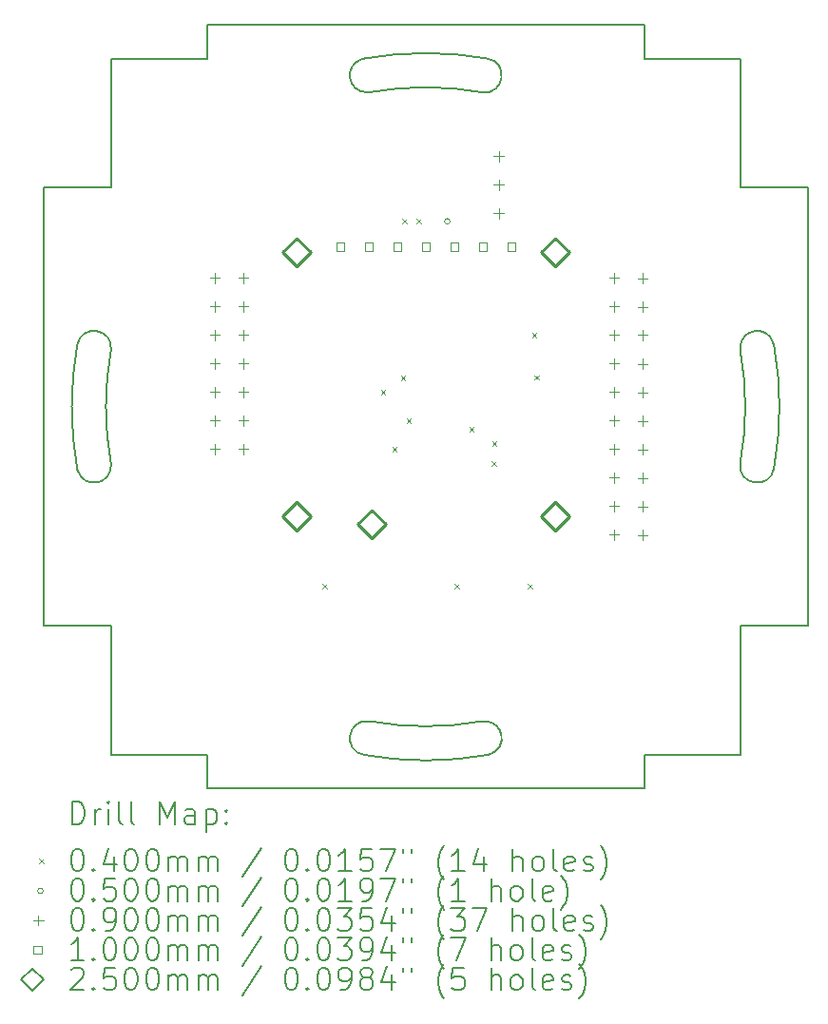
<source format=gbr>
%TF.GenerationSoftware,KiCad,Pcbnew,6.0.11-2627ca5db0~126~ubuntu22.04.1*%
%TF.CreationDate,2023-12-06T10:27:31+01:00*%
%TF.ProjectId,roomthermostat,726f6f6d-7468-4657-926d-6f737461742e,C*%
%TF.SameCoordinates,Original*%
%TF.FileFunction,Drillmap*%
%TF.FilePolarity,Positive*%
%FSLAX45Y45*%
G04 Gerber Fmt 4.5, Leading zero omitted, Abs format (unit mm)*
G04 Created by KiCad (PCBNEW 6.0.11-2627ca5db0~126~ubuntu22.04.1) date 2023-12-06 10:27:31*
%MOMM*%
%LPD*%
G01*
G04 APERTURE LIST*
%ADD10C,0.150000*%
%ADD11C,0.200000*%
%ADD12C,0.040000*%
%ADD13C,0.050000*%
%ADD14C,0.090000*%
%ADD15C,0.100000*%
%ADD16C,0.250000*%
G04 APERTURE END LIST*
D10*
X9187120Y-12837925D02*
G75*
G03*
X10191500Y-12838588I504040J2801215D01*
G01*
X12491500Y-8087000D02*
X12491500Y-6937000D01*
X12491500Y-11987000D02*
X12491500Y-13137000D01*
X12783802Y-9464566D02*
G75*
G03*
X12491500Y-9512000I-142303J-47434D01*
G01*
X11641500Y-6937000D02*
X12491500Y-6937000D01*
X6886456Y-9534837D02*
G75*
G03*
X6885792Y-10539217I2801214J-504043D01*
G01*
X6891500Y-13137000D02*
X6891500Y-11987000D01*
X12491500Y-9512000D02*
X12491500Y-9537000D01*
X10263934Y-13130890D02*
X10241500Y-13138588D01*
X12490836Y-10541380D02*
G75*
G03*
X12791500Y-10587000I150664J-20620D01*
G01*
X9187120Y-12837928D02*
G75*
G03*
X9141500Y-13138588I-20620J-150662D01*
G01*
X11641500Y-13137000D02*
X11641500Y-13437000D01*
X12783802Y-9464566D02*
X12791500Y-9487000D01*
X7741500Y-6937000D02*
X6891500Y-6937000D01*
X6585792Y-9489217D02*
G75*
G03*
X6585792Y-10589217I3100000J-550000D01*
G01*
X13091500Y-8087000D02*
X12491500Y-8087000D01*
X6593489Y-10611651D02*
X6585792Y-10589217D01*
X6886454Y-9534837D02*
G75*
G03*
X6585792Y-9489217I-150664J20617D01*
G01*
X7741500Y-13437000D02*
X7741500Y-13137000D01*
X9141500Y-13138588D02*
G75*
G03*
X10241500Y-13138588I550000J3100000D01*
G01*
X12490836Y-10541380D02*
G75*
G03*
X12491500Y-9537000I-2801223J504043D01*
G01*
X11641500Y-13137000D02*
X12491500Y-13137000D01*
X7741500Y-6637000D02*
X11641500Y-6637000D01*
X10263936Y-13130894D02*
G75*
G03*
X10216500Y-12838588I-47436J142304D01*
G01*
X12791500Y-10587000D02*
G75*
G03*
X12791500Y-9487000I-3100000J550000D01*
G01*
X13091500Y-8087000D02*
X13091500Y-11987000D01*
X10239283Y-6937000D02*
G75*
G03*
X9139283Y-6937000I-550000J-3100000D01*
G01*
X6891500Y-13137000D02*
X7741500Y-13137000D01*
X6891500Y-8087000D02*
X6291500Y-8087000D01*
X10193647Y-7237784D02*
G75*
G03*
X9189283Y-7237000I-504367J-2799216D01*
G01*
X7741500Y-13437000D02*
X11641500Y-13437000D01*
X13091500Y-11987000D02*
X12491500Y-11987000D01*
X9116849Y-6944697D02*
X9139283Y-6937000D01*
X6291500Y-8087000D02*
X6291500Y-11987000D01*
X6593490Y-10611651D02*
G75*
G03*
X6885792Y-10564217I142302J47434D01*
G01*
X9164283Y-7237000D02*
X9189283Y-7237000D01*
X6291500Y-11987000D02*
X6891500Y-11987000D01*
X11641500Y-6937000D02*
X11641500Y-6637000D01*
X10216500Y-12838588D02*
X10191500Y-12838588D01*
X10193646Y-7237786D02*
G75*
G03*
X10239283Y-6937000I20624J150726D01*
G01*
X9116849Y-6944697D02*
G75*
G03*
X9164283Y-7237000I47431J-142303D01*
G01*
X6891500Y-6937000D02*
X6891500Y-8087000D01*
X6885792Y-10564217D02*
X6885792Y-10539217D01*
X7741500Y-6637000D02*
X7741500Y-6937000D01*
D11*
D12*
X8771500Y-11617000D02*
X8811500Y-11657000D01*
X8811500Y-11617000D02*
X8771500Y-11657000D01*
X9290500Y-9890000D02*
X9330500Y-9930000D01*
X9330500Y-9890000D02*
X9290500Y-9930000D01*
X9392100Y-10394000D02*
X9432100Y-10434000D01*
X9432100Y-10394000D02*
X9392100Y-10434000D01*
X9468300Y-9763000D02*
X9508300Y-9803000D01*
X9508300Y-9763000D02*
X9468300Y-9803000D01*
X9481000Y-8366000D02*
X9521000Y-8406000D01*
X9521000Y-8366000D02*
X9481000Y-8406000D01*
X9519100Y-10140000D02*
X9559100Y-10180000D01*
X9559100Y-10140000D02*
X9519100Y-10180000D01*
X9608000Y-8366000D02*
X9648000Y-8406000D01*
X9648000Y-8366000D02*
X9608000Y-8406000D01*
X9946500Y-11617000D02*
X9986500Y-11657000D01*
X9986500Y-11617000D02*
X9946500Y-11657000D01*
X10077900Y-10220200D02*
X10117900Y-10260200D01*
X10117900Y-10220200D02*
X10077900Y-10260200D01*
X10279100Y-10523000D02*
X10319100Y-10563000D01*
X10319100Y-10523000D02*
X10279100Y-10563000D01*
X10281100Y-10347200D02*
X10321100Y-10387200D01*
X10321100Y-10347200D02*
X10281100Y-10387200D01*
X10596500Y-11617000D02*
X10636500Y-11657000D01*
X10636500Y-11617000D02*
X10596500Y-11657000D01*
X10636700Y-9378000D02*
X10676700Y-9418000D01*
X10676700Y-9378000D02*
X10636700Y-9418000D01*
X10655901Y-9757000D02*
X10695901Y-9797000D01*
X10695901Y-9757000D02*
X10655901Y-9797000D01*
D13*
X9907000Y-8386000D02*
G75*
G03*
X9907000Y-8386000I-25000J0D01*
G01*
D14*
X7810500Y-8845000D02*
X7810500Y-8935000D01*
X7765500Y-8890000D02*
X7855500Y-8890000D01*
X7810500Y-9099000D02*
X7810500Y-9189000D01*
X7765500Y-9144000D02*
X7855500Y-9144000D01*
X7810500Y-9353000D02*
X7810500Y-9443000D01*
X7765500Y-9398000D02*
X7855500Y-9398000D01*
X7810500Y-9607000D02*
X7810500Y-9697000D01*
X7765500Y-9652000D02*
X7855500Y-9652000D01*
X7810500Y-9861000D02*
X7810500Y-9951000D01*
X7765500Y-9906000D02*
X7855500Y-9906000D01*
X7810500Y-10115000D02*
X7810500Y-10205000D01*
X7765500Y-10160000D02*
X7855500Y-10160000D01*
X7810500Y-10369000D02*
X7810500Y-10459000D01*
X7765500Y-10414000D02*
X7855500Y-10414000D01*
X8064500Y-8845000D02*
X8064500Y-8935000D01*
X8019500Y-8890000D02*
X8109500Y-8890000D01*
X8064500Y-9099000D02*
X8064500Y-9189000D01*
X8019500Y-9144000D02*
X8109500Y-9144000D01*
X8064500Y-9353000D02*
X8064500Y-9443000D01*
X8019500Y-9398000D02*
X8109500Y-9398000D01*
X8064500Y-9607000D02*
X8064500Y-9697000D01*
X8019500Y-9652000D02*
X8109500Y-9652000D01*
X8064500Y-9861000D02*
X8064500Y-9951000D01*
X8019500Y-9906000D02*
X8109500Y-9906000D01*
X8064500Y-10115000D02*
X8064500Y-10205000D01*
X8019500Y-10160000D02*
X8109500Y-10160000D01*
X8064500Y-10369000D02*
X8064500Y-10459000D01*
X8019500Y-10414000D02*
X8109500Y-10414000D01*
X10341500Y-7763000D02*
X10341500Y-7853000D01*
X10296500Y-7808000D02*
X10386500Y-7808000D01*
X10341500Y-8017000D02*
X10341500Y-8107000D01*
X10296500Y-8062000D02*
X10386500Y-8062000D01*
X10341500Y-8271000D02*
X10341500Y-8361000D01*
X10296500Y-8316000D02*
X10386500Y-8316000D01*
X11366500Y-8845000D02*
X11366500Y-8935000D01*
X11321500Y-8890000D02*
X11411500Y-8890000D01*
X11366500Y-9099000D02*
X11366500Y-9189000D01*
X11321500Y-9144000D02*
X11411500Y-9144000D01*
X11366500Y-9353000D02*
X11366500Y-9443000D01*
X11321500Y-9398000D02*
X11411500Y-9398000D01*
X11366500Y-9607000D02*
X11366500Y-9697000D01*
X11321500Y-9652000D02*
X11411500Y-9652000D01*
X11366500Y-9861000D02*
X11366500Y-9951000D01*
X11321500Y-9906000D02*
X11411500Y-9906000D01*
X11366500Y-10115000D02*
X11366500Y-10205000D01*
X11321500Y-10160000D02*
X11411500Y-10160000D01*
X11366500Y-10369000D02*
X11366500Y-10459000D01*
X11321500Y-10414000D02*
X11411500Y-10414000D01*
X11366500Y-10623000D02*
X11366500Y-10713000D01*
X11321500Y-10668000D02*
X11411500Y-10668000D01*
X11366500Y-10877000D02*
X11366500Y-10967000D01*
X11321500Y-10922000D02*
X11411500Y-10922000D01*
X11366500Y-11131000D02*
X11366500Y-11221000D01*
X11321500Y-11176000D02*
X11411500Y-11176000D01*
X11620500Y-8848000D02*
X11620500Y-8938000D01*
X11575500Y-8893000D02*
X11665500Y-8893000D01*
X11620500Y-9102000D02*
X11620500Y-9192000D01*
X11575500Y-9147000D02*
X11665500Y-9147000D01*
X11620500Y-9353000D02*
X11620500Y-9443000D01*
X11575500Y-9398000D02*
X11665500Y-9398000D01*
X11620500Y-9610000D02*
X11620500Y-9700000D01*
X11575500Y-9655000D02*
X11665500Y-9655000D01*
X11620500Y-9864000D02*
X11620500Y-9954000D01*
X11575500Y-9909000D02*
X11665500Y-9909000D01*
X11620500Y-10118000D02*
X11620500Y-10208000D01*
X11575500Y-10163000D02*
X11665500Y-10163000D01*
X11620500Y-10372000D02*
X11620500Y-10462000D01*
X11575500Y-10417000D02*
X11665500Y-10417000D01*
X11620500Y-10626000D02*
X11620500Y-10716000D01*
X11575500Y-10671000D02*
X11665500Y-10671000D01*
X11620500Y-10880000D02*
X11620500Y-10970000D01*
X11575500Y-10925000D02*
X11665500Y-10925000D01*
X11620500Y-11134000D02*
X11620500Y-11224000D01*
X11575500Y-11179000D02*
X11665500Y-11179000D01*
D15*
X8964856Y-8647356D02*
X8964856Y-8576644D01*
X8894144Y-8576644D01*
X8894144Y-8647356D01*
X8964856Y-8647356D01*
X9218856Y-8647356D02*
X9218856Y-8576644D01*
X9148144Y-8576644D01*
X9148144Y-8647356D01*
X9218856Y-8647356D01*
X9472856Y-8647356D02*
X9472856Y-8576644D01*
X9402144Y-8576644D01*
X9402144Y-8647356D01*
X9472856Y-8647356D01*
X9726856Y-8647356D02*
X9726856Y-8576644D01*
X9656144Y-8576644D01*
X9656144Y-8647356D01*
X9726856Y-8647356D01*
X9980856Y-8647356D02*
X9980856Y-8576644D01*
X9910144Y-8576644D01*
X9910144Y-8647356D01*
X9980856Y-8647356D01*
X10234856Y-8647356D02*
X10234856Y-8576644D01*
X10164144Y-8576644D01*
X10164144Y-8647356D01*
X10234856Y-8647356D01*
X10488856Y-8647356D02*
X10488856Y-8576644D01*
X10418144Y-8576644D01*
X10418144Y-8647356D01*
X10488856Y-8647356D01*
D16*
X8541500Y-8787000D02*
X8666500Y-8662000D01*
X8541500Y-8537000D01*
X8416500Y-8662000D01*
X8541500Y-8787000D01*
X8541500Y-11137000D02*
X8666500Y-11012000D01*
X8541500Y-10887000D01*
X8416500Y-11012000D01*
X8541500Y-11137000D01*
X9207500Y-11209000D02*
X9332500Y-11084000D01*
X9207500Y-10959000D01*
X9082500Y-11084000D01*
X9207500Y-11209000D01*
X10841500Y-8787000D02*
X10966500Y-8662000D01*
X10841500Y-8537000D01*
X10716500Y-8662000D01*
X10841500Y-8787000D01*
X10841500Y-11137000D02*
X10966500Y-11012000D01*
X10841500Y-10887000D01*
X10716500Y-11012000D01*
X10841500Y-11137000D01*
D11*
X6541619Y-13754976D02*
X6541619Y-13554976D01*
X6589238Y-13554976D01*
X6617809Y-13564500D01*
X6636857Y-13583548D01*
X6646381Y-13602595D01*
X6655905Y-13640690D01*
X6655905Y-13669262D01*
X6646381Y-13707357D01*
X6636857Y-13726405D01*
X6617809Y-13745452D01*
X6589238Y-13754976D01*
X6541619Y-13754976D01*
X6741619Y-13754976D02*
X6741619Y-13621643D01*
X6741619Y-13659738D02*
X6751143Y-13640690D01*
X6760667Y-13631167D01*
X6779714Y-13621643D01*
X6798762Y-13621643D01*
X6865428Y-13754976D02*
X6865428Y-13621643D01*
X6865428Y-13554976D02*
X6855905Y-13564500D01*
X6865428Y-13574024D01*
X6874952Y-13564500D01*
X6865428Y-13554976D01*
X6865428Y-13574024D01*
X6989238Y-13754976D02*
X6970190Y-13745452D01*
X6960667Y-13726405D01*
X6960667Y-13554976D01*
X7094000Y-13754976D02*
X7074952Y-13745452D01*
X7065428Y-13726405D01*
X7065428Y-13554976D01*
X7322571Y-13754976D02*
X7322571Y-13554976D01*
X7389238Y-13697833D01*
X7455905Y-13554976D01*
X7455905Y-13754976D01*
X7636857Y-13754976D02*
X7636857Y-13650214D01*
X7627333Y-13631167D01*
X7608286Y-13621643D01*
X7570190Y-13621643D01*
X7551143Y-13631167D01*
X7636857Y-13745452D02*
X7617809Y-13754976D01*
X7570190Y-13754976D01*
X7551143Y-13745452D01*
X7541619Y-13726405D01*
X7541619Y-13707357D01*
X7551143Y-13688309D01*
X7570190Y-13678786D01*
X7617809Y-13678786D01*
X7636857Y-13669262D01*
X7732095Y-13621643D02*
X7732095Y-13821643D01*
X7732095Y-13631167D02*
X7751143Y-13621643D01*
X7789238Y-13621643D01*
X7808286Y-13631167D01*
X7817809Y-13640690D01*
X7827333Y-13659738D01*
X7827333Y-13716881D01*
X7817809Y-13735928D01*
X7808286Y-13745452D01*
X7789238Y-13754976D01*
X7751143Y-13754976D01*
X7732095Y-13745452D01*
X7913048Y-13735928D02*
X7922571Y-13745452D01*
X7913048Y-13754976D01*
X7903524Y-13745452D01*
X7913048Y-13735928D01*
X7913048Y-13754976D01*
X7913048Y-13631167D02*
X7922571Y-13640690D01*
X7913048Y-13650214D01*
X7903524Y-13640690D01*
X7913048Y-13631167D01*
X7913048Y-13650214D01*
D12*
X6244000Y-14064500D02*
X6284000Y-14104500D01*
X6284000Y-14064500D02*
X6244000Y-14104500D01*
D11*
X6579714Y-13974976D02*
X6598762Y-13974976D01*
X6617809Y-13984500D01*
X6627333Y-13994024D01*
X6636857Y-14013071D01*
X6646381Y-14051167D01*
X6646381Y-14098786D01*
X6636857Y-14136881D01*
X6627333Y-14155928D01*
X6617809Y-14165452D01*
X6598762Y-14174976D01*
X6579714Y-14174976D01*
X6560667Y-14165452D01*
X6551143Y-14155928D01*
X6541619Y-14136881D01*
X6532095Y-14098786D01*
X6532095Y-14051167D01*
X6541619Y-14013071D01*
X6551143Y-13994024D01*
X6560667Y-13984500D01*
X6579714Y-13974976D01*
X6732095Y-14155928D02*
X6741619Y-14165452D01*
X6732095Y-14174976D01*
X6722571Y-14165452D01*
X6732095Y-14155928D01*
X6732095Y-14174976D01*
X6913048Y-14041643D02*
X6913048Y-14174976D01*
X6865428Y-13965452D02*
X6817809Y-14108309D01*
X6941619Y-14108309D01*
X7055905Y-13974976D02*
X7074952Y-13974976D01*
X7094000Y-13984500D01*
X7103524Y-13994024D01*
X7113048Y-14013071D01*
X7122571Y-14051167D01*
X7122571Y-14098786D01*
X7113048Y-14136881D01*
X7103524Y-14155928D01*
X7094000Y-14165452D01*
X7074952Y-14174976D01*
X7055905Y-14174976D01*
X7036857Y-14165452D01*
X7027333Y-14155928D01*
X7017809Y-14136881D01*
X7008286Y-14098786D01*
X7008286Y-14051167D01*
X7017809Y-14013071D01*
X7027333Y-13994024D01*
X7036857Y-13984500D01*
X7055905Y-13974976D01*
X7246381Y-13974976D02*
X7265428Y-13974976D01*
X7284476Y-13984500D01*
X7294000Y-13994024D01*
X7303524Y-14013071D01*
X7313048Y-14051167D01*
X7313048Y-14098786D01*
X7303524Y-14136881D01*
X7294000Y-14155928D01*
X7284476Y-14165452D01*
X7265428Y-14174976D01*
X7246381Y-14174976D01*
X7227333Y-14165452D01*
X7217809Y-14155928D01*
X7208286Y-14136881D01*
X7198762Y-14098786D01*
X7198762Y-14051167D01*
X7208286Y-14013071D01*
X7217809Y-13994024D01*
X7227333Y-13984500D01*
X7246381Y-13974976D01*
X7398762Y-14174976D02*
X7398762Y-14041643D01*
X7398762Y-14060690D02*
X7408286Y-14051167D01*
X7427333Y-14041643D01*
X7455905Y-14041643D01*
X7474952Y-14051167D01*
X7484476Y-14070214D01*
X7484476Y-14174976D01*
X7484476Y-14070214D02*
X7494000Y-14051167D01*
X7513048Y-14041643D01*
X7541619Y-14041643D01*
X7560667Y-14051167D01*
X7570190Y-14070214D01*
X7570190Y-14174976D01*
X7665428Y-14174976D02*
X7665428Y-14041643D01*
X7665428Y-14060690D02*
X7674952Y-14051167D01*
X7694000Y-14041643D01*
X7722571Y-14041643D01*
X7741619Y-14051167D01*
X7751143Y-14070214D01*
X7751143Y-14174976D01*
X7751143Y-14070214D02*
X7760667Y-14051167D01*
X7779714Y-14041643D01*
X7808286Y-14041643D01*
X7827333Y-14051167D01*
X7836857Y-14070214D01*
X7836857Y-14174976D01*
X8227333Y-13965452D02*
X8055905Y-14222595D01*
X8484476Y-13974976D02*
X8503524Y-13974976D01*
X8522571Y-13984500D01*
X8532095Y-13994024D01*
X8541619Y-14013071D01*
X8551143Y-14051167D01*
X8551143Y-14098786D01*
X8541619Y-14136881D01*
X8532095Y-14155928D01*
X8522571Y-14165452D01*
X8503524Y-14174976D01*
X8484476Y-14174976D01*
X8465429Y-14165452D01*
X8455905Y-14155928D01*
X8446381Y-14136881D01*
X8436857Y-14098786D01*
X8436857Y-14051167D01*
X8446381Y-14013071D01*
X8455905Y-13994024D01*
X8465429Y-13984500D01*
X8484476Y-13974976D01*
X8636857Y-14155928D02*
X8646381Y-14165452D01*
X8636857Y-14174976D01*
X8627333Y-14165452D01*
X8636857Y-14155928D01*
X8636857Y-14174976D01*
X8770190Y-13974976D02*
X8789238Y-13974976D01*
X8808286Y-13984500D01*
X8817810Y-13994024D01*
X8827333Y-14013071D01*
X8836857Y-14051167D01*
X8836857Y-14098786D01*
X8827333Y-14136881D01*
X8817810Y-14155928D01*
X8808286Y-14165452D01*
X8789238Y-14174976D01*
X8770190Y-14174976D01*
X8751143Y-14165452D01*
X8741619Y-14155928D01*
X8732095Y-14136881D01*
X8722571Y-14098786D01*
X8722571Y-14051167D01*
X8732095Y-14013071D01*
X8741619Y-13994024D01*
X8751143Y-13984500D01*
X8770190Y-13974976D01*
X9027333Y-14174976D02*
X8913048Y-14174976D01*
X8970190Y-14174976D02*
X8970190Y-13974976D01*
X8951143Y-14003548D01*
X8932095Y-14022595D01*
X8913048Y-14032119D01*
X9208286Y-13974976D02*
X9113048Y-13974976D01*
X9103524Y-14070214D01*
X9113048Y-14060690D01*
X9132095Y-14051167D01*
X9179714Y-14051167D01*
X9198762Y-14060690D01*
X9208286Y-14070214D01*
X9217810Y-14089262D01*
X9217810Y-14136881D01*
X9208286Y-14155928D01*
X9198762Y-14165452D01*
X9179714Y-14174976D01*
X9132095Y-14174976D01*
X9113048Y-14165452D01*
X9103524Y-14155928D01*
X9284476Y-13974976D02*
X9417810Y-13974976D01*
X9332095Y-14174976D01*
X9484476Y-13974976D02*
X9484476Y-14013071D01*
X9560667Y-13974976D02*
X9560667Y-14013071D01*
X9855905Y-14251167D02*
X9846381Y-14241643D01*
X9827333Y-14213071D01*
X9817810Y-14194024D01*
X9808286Y-14165452D01*
X9798762Y-14117833D01*
X9798762Y-14079738D01*
X9808286Y-14032119D01*
X9817810Y-14003548D01*
X9827333Y-13984500D01*
X9846381Y-13955928D01*
X9855905Y-13946405D01*
X10036857Y-14174976D02*
X9922571Y-14174976D01*
X9979714Y-14174976D02*
X9979714Y-13974976D01*
X9960667Y-14003548D01*
X9941619Y-14022595D01*
X9922571Y-14032119D01*
X10208286Y-14041643D02*
X10208286Y-14174976D01*
X10160667Y-13965452D02*
X10113048Y-14108309D01*
X10236857Y-14108309D01*
X10465429Y-14174976D02*
X10465429Y-13974976D01*
X10551143Y-14174976D02*
X10551143Y-14070214D01*
X10541619Y-14051167D01*
X10522571Y-14041643D01*
X10494000Y-14041643D01*
X10474952Y-14051167D01*
X10465429Y-14060690D01*
X10674952Y-14174976D02*
X10655905Y-14165452D01*
X10646381Y-14155928D01*
X10636857Y-14136881D01*
X10636857Y-14079738D01*
X10646381Y-14060690D01*
X10655905Y-14051167D01*
X10674952Y-14041643D01*
X10703524Y-14041643D01*
X10722571Y-14051167D01*
X10732095Y-14060690D01*
X10741619Y-14079738D01*
X10741619Y-14136881D01*
X10732095Y-14155928D01*
X10722571Y-14165452D01*
X10703524Y-14174976D01*
X10674952Y-14174976D01*
X10855905Y-14174976D02*
X10836857Y-14165452D01*
X10827333Y-14146405D01*
X10827333Y-13974976D01*
X11008286Y-14165452D02*
X10989238Y-14174976D01*
X10951143Y-14174976D01*
X10932095Y-14165452D01*
X10922571Y-14146405D01*
X10922571Y-14070214D01*
X10932095Y-14051167D01*
X10951143Y-14041643D01*
X10989238Y-14041643D01*
X11008286Y-14051167D01*
X11017810Y-14070214D01*
X11017810Y-14089262D01*
X10922571Y-14108309D01*
X11094000Y-14165452D02*
X11113048Y-14174976D01*
X11151143Y-14174976D01*
X11170190Y-14165452D01*
X11179714Y-14146405D01*
X11179714Y-14136881D01*
X11170190Y-14117833D01*
X11151143Y-14108309D01*
X11122571Y-14108309D01*
X11103524Y-14098786D01*
X11094000Y-14079738D01*
X11094000Y-14070214D01*
X11103524Y-14051167D01*
X11122571Y-14041643D01*
X11151143Y-14041643D01*
X11170190Y-14051167D01*
X11246381Y-14251167D02*
X11255905Y-14241643D01*
X11274952Y-14213071D01*
X11284476Y-14194024D01*
X11294000Y-14165452D01*
X11303524Y-14117833D01*
X11303524Y-14079738D01*
X11294000Y-14032119D01*
X11284476Y-14003548D01*
X11274952Y-13984500D01*
X11255905Y-13955928D01*
X11246381Y-13946405D01*
D13*
X6284000Y-14348500D02*
G75*
G03*
X6284000Y-14348500I-25000J0D01*
G01*
D11*
X6579714Y-14238976D02*
X6598762Y-14238976D01*
X6617809Y-14248500D01*
X6627333Y-14258024D01*
X6636857Y-14277071D01*
X6646381Y-14315167D01*
X6646381Y-14362786D01*
X6636857Y-14400881D01*
X6627333Y-14419928D01*
X6617809Y-14429452D01*
X6598762Y-14438976D01*
X6579714Y-14438976D01*
X6560667Y-14429452D01*
X6551143Y-14419928D01*
X6541619Y-14400881D01*
X6532095Y-14362786D01*
X6532095Y-14315167D01*
X6541619Y-14277071D01*
X6551143Y-14258024D01*
X6560667Y-14248500D01*
X6579714Y-14238976D01*
X6732095Y-14419928D02*
X6741619Y-14429452D01*
X6732095Y-14438976D01*
X6722571Y-14429452D01*
X6732095Y-14419928D01*
X6732095Y-14438976D01*
X6922571Y-14238976D02*
X6827333Y-14238976D01*
X6817809Y-14334214D01*
X6827333Y-14324690D01*
X6846381Y-14315167D01*
X6894000Y-14315167D01*
X6913048Y-14324690D01*
X6922571Y-14334214D01*
X6932095Y-14353262D01*
X6932095Y-14400881D01*
X6922571Y-14419928D01*
X6913048Y-14429452D01*
X6894000Y-14438976D01*
X6846381Y-14438976D01*
X6827333Y-14429452D01*
X6817809Y-14419928D01*
X7055905Y-14238976D02*
X7074952Y-14238976D01*
X7094000Y-14248500D01*
X7103524Y-14258024D01*
X7113048Y-14277071D01*
X7122571Y-14315167D01*
X7122571Y-14362786D01*
X7113048Y-14400881D01*
X7103524Y-14419928D01*
X7094000Y-14429452D01*
X7074952Y-14438976D01*
X7055905Y-14438976D01*
X7036857Y-14429452D01*
X7027333Y-14419928D01*
X7017809Y-14400881D01*
X7008286Y-14362786D01*
X7008286Y-14315167D01*
X7017809Y-14277071D01*
X7027333Y-14258024D01*
X7036857Y-14248500D01*
X7055905Y-14238976D01*
X7246381Y-14238976D02*
X7265428Y-14238976D01*
X7284476Y-14248500D01*
X7294000Y-14258024D01*
X7303524Y-14277071D01*
X7313048Y-14315167D01*
X7313048Y-14362786D01*
X7303524Y-14400881D01*
X7294000Y-14419928D01*
X7284476Y-14429452D01*
X7265428Y-14438976D01*
X7246381Y-14438976D01*
X7227333Y-14429452D01*
X7217809Y-14419928D01*
X7208286Y-14400881D01*
X7198762Y-14362786D01*
X7198762Y-14315167D01*
X7208286Y-14277071D01*
X7217809Y-14258024D01*
X7227333Y-14248500D01*
X7246381Y-14238976D01*
X7398762Y-14438976D02*
X7398762Y-14305643D01*
X7398762Y-14324690D02*
X7408286Y-14315167D01*
X7427333Y-14305643D01*
X7455905Y-14305643D01*
X7474952Y-14315167D01*
X7484476Y-14334214D01*
X7484476Y-14438976D01*
X7484476Y-14334214D02*
X7494000Y-14315167D01*
X7513048Y-14305643D01*
X7541619Y-14305643D01*
X7560667Y-14315167D01*
X7570190Y-14334214D01*
X7570190Y-14438976D01*
X7665428Y-14438976D02*
X7665428Y-14305643D01*
X7665428Y-14324690D02*
X7674952Y-14315167D01*
X7694000Y-14305643D01*
X7722571Y-14305643D01*
X7741619Y-14315167D01*
X7751143Y-14334214D01*
X7751143Y-14438976D01*
X7751143Y-14334214D02*
X7760667Y-14315167D01*
X7779714Y-14305643D01*
X7808286Y-14305643D01*
X7827333Y-14315167D01*
X7836857Y-14334214D01*
X7836857Y-14438976D01*
X8227333Y-14229452D02*
X8055905Y-14486595D01*
X8484476Y-14238976D02*
X8503524Y-14238976D01*
X8522571Y-14248500D01*
X8532095Y-14258024D01*
X8541619Y-14277071D01*
X8551143Y-14315167D01*
X8551143Y-14362786D01*
X8541619Y-14400881D01*
X8532095Y-14419928D01*
X8522571Y-14429452D01*
X8503524Y-14438976D01*
X8484476Y-14438976D01*
X8465429Y-14429452D01*
X8455905Y-14419928D01*
X8446381Y-14400881D01*
X8436857Y-14362786D01*
X8436857Y-14315167D01*
X8446381Y-14277071D01*
X8455905Y-14258024D01*
X8465429Y-14248500D01*
X8484476Y-14238976D01*
X8636857Y-14419928D02*
X8646381Y-14429452D01*
X8636857Y-14438976D01*
X8627333Y-14429452D01*
X8636857Y-14419928D01*
X8636857Y-14438976D01*
X8770190Y-14238976D02*
X8789238Y-14238976D01*
X8808286Y-14248500D01*
X8817810Y-14258024D01*
X8827333Y-14277071D01*
X8836857Y-14315167D01*
X8836857Y-14362786D01*
X8827333Y-14400881D01*
X8817810Y-14419928D01*
X8808286Y-14429452D01*
X8789238Y-14438976D01*
X8770190Y-14438976D01*
X8751143Y-14429452D01*
X8741619Y-14419928D01*
X8732095Y-14400881D01*
X8722571Y-14362786D01*
X8722571Y-14315167D01*
X8732095Y-14277071D01*
X8741619Y-14258024D01*
X8751143Y-14248500D01*
X8770190Y-14238976D01*
X9027333Y-14438976D02*
X8913048Y-14438976D01*
X8970190Y-14438976D02*
X8970190Y-14238976D01*
X8951143Y-14267548D01*
X8932095Y-14286595D01*
X8913048Y-14296119D01*
X9122571Y-14438976D02*
X9160667Y-14438976D01*
X9179714Y-14429452D01*
X9189238Y-14419928D01*
X9208286Y-14391357D01*
X9217810Y-14353262D01*
X9217810Y-14277071D01*
X9208286Y-14258024D01*
X9198762Y-14248500D01*
X9179714Y-14238976D01*
X9141619Y-14238976D01*
X9122571Y-14248500D01*
X9113048Y-14258024D01*
X9103524Y-14277071D01*
X9103524Y-14324690D01*
X9113048Y-14343738D01*
X9122571Y-14353262D01*
X9141619Y-14362786D01*
X9179714Y-14362786D01*
X9198762Y-14353262D01*
X9208286Y-14343738D01*
X9217810Y-14324690D01*
X9284476Y-14238976D02*
X9417810Y-14238976D01*
X9332095Y-14438976D01*
X9484476Y-14238976D02*
X9484476Y-14277071D01*
X9560667Y-14238976D02*
X9560667Y-14277071D01*
X9855905Y-14515167D02*
X9846381Y-14505643D01*
X9827333Y-14477071D01*
X9817810Y-14458024D01*
X9808286Y-14429452D01*
X9798762Y-14381833D01*
X9798762Y-14343738D01*
X9808286Y-14296119D01*
X9817810Y-14267548D01*
X9827333Y-14248500D01*
X9846381Y-14219928D01*
X9855905Y-14210405D01*
X10036857Y-14438976D02*
X9922571Y-14438976D01*
X9979714Y-14438976D02*
X9979714Y-14238976D01*
X9960667Y-14267548D01*
X9941619Y-14286595D01*
X9922571Y-14296119D01*
X10274952Y-14438976D02*
X10274952Y-14238976D01*
X10360667Y-14438976D02*
X10360667Y-14334214D01*
X10351143Y-14315167D01*
X10332095Y-14305643D01*
X10303524Y-14305643D01*
X10284476Y-14315167D01*
X10274952Y-14324690D01*
X10484476Y-14438976D02*
X10465429Y-14429452D01*
X10455905Y-14419928D01*
X10446381Y-14400881D01*
X10446381Y-14343738D01*
X10455905Y-14324690D01*
X10465429Y-14315167D01*
X10484476Y-14305643D01*
X10513048Y-14305643D01*
X10532095Y-14315167D01*
X10541619Y-14324690D01*
X10551143Y-14343738D01*
X10551143Y-14400881D01*
X10541619Y-14419928D01*
X10532095Y-14429452D01*
X10513048Y-14438976D01*
X10484476Y-14438976D01*
X10665429Y-14438976D02*
X10646381Y-14429452D01*
X10636857Y-14410405D01*
X10636857Y-14238976D01*
X10817810Y-14429452D02*
X10798762Y-14438976D01*
X10760667Y-14438976D01*
X10741619Y-14429452D01*
X10732095Y-14410405D01*
X10732095Y-14334214D01*
X10741619Y-14315167D01*
X10760667Y-14305643D01*
X10798762Y-14305643D01*
X10817810Y-14315167D01*
X10827333Y-14334214D01*
X10827333Y-14353262D01*
X10732095Y-14372309D01*
X10894000Y-14515167D02*
X10903524Y-14505643D01*
X10922571Y-14477071D01*
X10932095Y-14458024D01*
X10941619Y-14429452D01*
X10951143Y-14381833D01*
X10951143Y-14343738D01*
X10941619Y-14296119D01*
X10932095Y-14267548D01*
X10922571Y-14248500D01*
X10903524Y-14219928D01*
X10894000Y-14210405D01*
D14*
X6239000Y-14567500D02*
X6239000Y-14657500D01*
X6194000Y-14612500D02*
X6284000Y-14612500D01*
D11*
X6579714Y-14502976D02*
X6598762Y-14502976D01*
X6617809Y-14512500D01*
X6627333Y-14522024D01*
X6636857Y-14541071D01*
X6646381Y-14579167D01*
X6646381Y-14626786D01*
X6636857Y-14664881D01*
X6627333Y-14683928D01*
X6617809Y-14693452D01*
X6598762Y-14702976D01*
X6579714Y-14702976D01*
X6560667Y-14693452D01*
X6551143Y-14683928D01*
X6541619Y-14664881D01*
X6532095Y-14626786D01*
X6532095Y-14579167D01*
X6541619Y-14541071D01*
X6551143Y-14522024D01*
X6560667Y-14512500D01*
X6579714Y-14502976D01*
X6732095Y-14683928D02*
X6741619Y-14693452D01*
X6732095Y-14702976D01*
X6722571Y-14693452D01*
X6732095Y-14683928D01*
X6732095Y-14702976D01*
X6836857Y-14702976D02*
X6874952Y-14702976D01*
X6894000Y-14693452D01*
X6903524Y-14683928D01*
X6922571Y-14655357D01*
X6932095Y-14617262D01*
X6932095Y-14541071D01*
X6922571Y-14522024D01*
X6913048Y-14512500D01*
X6894000Y-14502976D01*
X6855905Y-14502976D01*
X6836857Y-14512500D01*
X6827333Y-14522024D01*
X6817809Y-14541071D01*
X6817809Y-14588690D01*
X6827333Y-14607738D01*
X6836857Y-14617262D01*
X6855905Y-14626786D01*
X6894000Y-14626786D01*
X6913048Y-14617262D01*
X6922571Y-14607738D01*
X6932095Y-14588690D01*
X7055905Y-14502976D02*
X7074952Y-14502976D01*
X7094000Y-14512500D01*
X7103524Y-14522024D01*
X7113048Y-14541071D01*
X7122571Y-14579167D01*
X7122571Y-14626786D01*
X7113048Y-14664881D01*
X7103524Y-14683928D01*
X7094000Y-14693452D01*
X7074952Y-14702976D01*
X7055905Y-14702976D01*
X7036857Y-14693452D01*
X7027333Y-14683928D01*
X7017809Y-14664881D01*
X7008286Y-14626786D01*
X7008286Y-14579167D01*
X7017809Y-14541071D01*
X7027333Y-14522024D01*
X7036857Y-14512500D01*
X7055905Y-14502976D01*
X7246381Y-14502976D02*
X7265428Y-14502976D01*
X7284476Y-14512500D01*
X7294000Y-14522024D01*
X7303524Y-14541071D01*
X7313048Y-14579167D01*
X7313048Y-14626786D01*
X7303524Y-14664881D01*
X7294000Y-14683928D01*
X7284476Y-14693452D01*
X7265428Y-14702976D01*
X7246381Y-14702976D01*
X7227333Y-14693452D01*
X7217809Y-14683928D01*
X7208286Y-14664881D01*
X7198762Y-14626786D01*
X7198762Y-14579167D01*
X7208286Y-14541071D01*
X7217809Y-14522024D01*
X7227333Y-14512500D01*
X7246381Y-14502976D01*
X7398762Y-14702976D02*
X7398762Y-14569643D01*
X7398762Y-14588690D02*
X7408286Y-14579167D01*
X7427333Y-14569643D01*
X7455905Y-14569643D01*
X7474952Y-14579167D01*
X7484476Y-14598214D01*
X7484476Y-14702976D01*
X7484476Y-14598214D02*
X7494000Y-14579167D01*
X7513048Y-14569643D01*
X7541619Y-14569643D01*
X7560667Y-14579167D01*
X7570190Y-14598214D01*
X7570190Y-14702976D01*
X7665428Y-14702976D02*
X7665428Y-14569643D01*
X7665428Y-14588690D02*
X7674952Y-14579167D01*
X7694000Y-14569643D01*
X7722571Y-14569643D01*
X7741619Y-14579167D01*
X7751143Y-14598214D01*
X7751143Y-14702976D01*
X7751143Y-14598214D02*
X7760667Y-14579167D01*
X7779714Y-14569643D01*
X7808286Y-14569643D01*
X7827333Y-14579167D01*
X7836857Y-14598214D01*
X7836857Y-14702976D01*
X8227333Y-14493452D02*
X8055905Y-14750595D01*
X8484476Y-14502976D02*
X8503524Y-14502976D01*
X8522571Y-14512500D01*
X8532095Y-14522024D01*
X8541619Y-14541071D01*
X8551143Y-14579167D01*
X8551143Y-14626786D01*
X8541619Y-14664881D01*
X8532095Y-14683928D01*
X8522571Y-14693452D01*
X8503524Y-14702976D01*
X8484476Y-14702976D01*
X8465429Y-14693452D01*
X8455905Y-14683928D01*
X8446381Y-14664881D01*
X8436857Y-14626786D01*
X8436857Y-14579167D01*
X8446381Y-14541071D01*
X8455905Y-14522024D01*
X8465429Y-14512500D01*
X8484476Y-14502976D01*
X8636857Y-14683928D02*
X8646381Y-14693452D01*
X8636857Y-14702976D01*
X8627333Y-14693452D01*
X8636857Y-14683928D01*
X8636857Y-14702976D01*
X8770190Y-14502976D02*
X8789238Y-14502976D01*
X8808286Y-14512500D01*
X8817810Y-14522024D01*
X8827333Y-14541071D01*
X8836857Y-14579167D01*
X8836857Y-14626786D01*
X8827333Y-14664881D01*
X8817810Y-14683928D01*
X8808286Y-14693452D01*
X8789238Y-14702976D01*
X8770190Y-14702976D01*
X8751143Y-14693452D01*
X8741619Y-14683928D01*
X8732095Y-14664881D01*
X8722571Y-14626786D01*
X8722571Y-14579167D01*
X8732095Y-14541071D01*
X8741619Y-14522024D01*
X8751143Y-14512500D01*
X8770190Y-14502976D01*
X8903524Y-14502976D02*
X9027333Y-14502976D01*
X8960667Y-14579167D01*
X8989238Y-14579167D01*
X9008286Y-14588690D01*
X9017810Y-14598214D01*
X9027333Y-14617262D01*
X9027333Y-14664881D01*
X9017810Y-14683928D01*
X9008286Y-14693452D01*
X8989238Y-14702976D01*
X8932095Y-14702976D01*
X8913048Y-14693452D01*
X8903524Y-14683928D01*
X9208286Y-14502976D02*
X9113048Y-14502976D01*
X9103524Y-14598214D01*
X9113048Y-14588690D01*
X9132095Y-14579167D01*
X9179714Y-14579167D01*
X9198762Y-14588690D01*
X9208286Y-14598214D01*
X9217810Y-14617262D01*
X9217810Y-14664881D01*
X9208286Y-14683928D01*
X9198762Y-14693452D01*
X9179714Y-14702976D01*
X9132095Y-14702976D01*
X9113048Y-14693452D01*
X9103524Y-14683928D01*
X9389238Y-14569643D02*
X9389238Y-14702976D01*
X9341619Y-14493452D02*
X9294000Y-14636309D01*
X9417810Y-14636309D01*
X9484476Y-14502976D02*
X9484476Y-14541071D01*
X9560667Y-14502976D02*
X9560667Y-14541071D01*
X9855905Y-14779167D02*
X9846381Y-14769643D01*
X9827333Y-14741071D01*
X9817810Y-14722024D01*
X9808286Y-14693452D01*
X9798762Y-14645833D01*
X9798762Y-14607738D01*
X9808286Y-14560119D01*
X9817810Y-14531548D01*
X9827333Y-14512500D01*
X9846381Y-14483928D01*
X9855905Y-14474405D01*
X9913048Y-14502976D02*
X10036857Y-14502976D01*
X9970190Y-14579167D01*
X9998762Y-14579167D01*
X10017810Y-14588690D01*
X10027333Y-14598214D01*
X10036857Y-14617262D01*
X10036857Y-14664881D01*
X10027333Y-14683928D01*
X10017810Y-14693452D01*
X9998762Y-14702976D01*
X9941619Y-14702976D01*
X9922571Y-14693452D01*
X9913048Y-14683928D01*
X10103524Y-14502976D02*
X10236857Y-14502976D01*
X10151143Y-14702976D01*
X10465429Y-14702976D02*
X10465429Y-14502976D01*
X10551143Y-14702976D02*
X10551143Y-14598214D01*
X10541619Y-14579167D01*
X10522571Y-14569643D01*
X10494000Y-14569643D01*
X10474952Y-14579167D01*
X10465429Y-14588690D01*
X10674952Y-14702976D02*
X10655905Y-14693452D01*
X10646381Y-14683928D01*
X10636857Y-14664881D01*
X10636857Y-14607738D01*
X10646381Y-14588690D01*
X10655905Y-14579167D01*
X10674952Y-14569643D01*
X10703524Y-14569643D01*
X10722571Y-14579167D01*
X10732095Y-14588690D01*
X10741619Y-14607738D01*
X10741619Y-14664881D01*
X10732095Y-14683928D01*
X10722571Y-14693452D01*
X10703524Y-14702976D01*
X10674952Y-14702976D01*
X10855905Y-14702976D02*
X10836857Y-14693452D01*
X10827333Y-14674405D01*
X10827333Y-14502976D01*
X11008286Y-14693452D02*
X10989238Y-14702976D01*
X10951143Y-14702976D01*
X10932095Y-14693452D01*
X10922571Y-14674405D01*
X10922571Y-14598214D01*
X10932095Y-14579167D01*
X10951143Y-14569643D01*
X10989238Y-14569643D01*
X11008286Y-14579167D01*
X11017810Y-14598214D01*
X11017810Y-14617262D01*
X10922571Y-14636309D01*
X11094000Y-14693452D02*
X11113048Y-14702976D01*
X11151143Y-14702976D01*
X11170190Y-14693452D01*
X11179714Y-14674405D01*
X11179714Y-14664881D01*
X11170190Y-14645833D01*
X11151143Y-14636309D01*
X11122571Y-14636309D01*
X11103524Y-14626786D01*
X11094000Y-14607738D01*
X11094000Y-14598214D01*
X11103524Y-14579167D01*
X11122571Y-14569643D01*
X11151143Y-14569643D01*
X11170190Y-14579167D01*
X11246381Y-14779167D02*
X11255905Y-14769643D01*
X11274952Y-14741071D01*
X11284476Y-14722024D01*
X11294000Y-14693452D01*
X11303524Y-14645833D01*
X11303524Y-14607738D01*
X11294000Y-14560119D01*
X11284476Y-14531548D01*
X11274952Y-14512500D01*
X11255905Y-14483928D01*
X11246381Y-14474405D01*
D15*
X6269356Y-14911856D02*
X6269356Y-14841144D01*
X6198644Y-14841144D01*
X6198644Y-14911856D01*
X6269356Y-14911856D01*
D11*
X6646381Y-14966976D02*
X6532095Y-14966976D01*
X6589238Y-14966976D02*
X6589238Y-14766976D01*
X6570190Y-14795548D01*
X6551143Y-14814595D01*
X6532095Y-14824119D01*
X6732095Y-14947928D02*
X6741619Y-14957452D01*
X6732095Y-14966976D01*
X6722571Y-14957452D01*
X6732095Y-14947928D01*
X6732095Y-14966976D01*
X6865428Y-14766976D02*
X6884476Y-14766976D01*
X6903524Y-14776500D01*
X6913048Y-14786024D01*
X6922571Y-14805071D01*
X6932095Y-14843167D01*
X6932095Y-14890786D01*
X6922571Y-14928881D01*
X6913048Y-14947928D01*
X6903524Y-14957452D01*
X6884476Y-14966976D01*
X6865428Y-14966976D01*
X6846381Y-14957452D01*
X6836857Y-14947928D01*
X6827333Y-14928881D01*
X6817809Y-14890786D01*
X6817809Y-14843167D01*
X6827333Y-14805071D01*
X6836857Y-14786024D01*
X6846381Y-14776500D01*
X6865428Y-14766976D01*
X7055905Y-14766976D02*
X7074952Y-14766976D01*
X7094000Y-14776500D01*
X7103524Y-14786024D01*
X7113048Y-14805071D01*
X7122571Y-14843167D01*
X7122571Y-14890786D01*
X7113048Y-14928881D01*
X7103524Y-14947928D01*
X7094000Y-14957452D01*
X7074952Y-14966976D01*
X7055905Y-14966976D01*
X7036857Y-14957452D01*
X7027333Y-14947928D01*
X7017809Y-14928881D01*
X7008286Y-14890786D01*
X7008286Y-14843167D01*
X7017809Y-14805071D01*
X7027333Y-14786024D01*
X7036857Y-14776500D01*
X7055905Y-14766976D01*
X7246381Y-14766976D02*
X7265428Y-14766976D01*
X7284476Y-14776500D01*
X7294000Y-14786024D01*
X7303524Y-14805071D01*
X7313048Y-14843167D01*
X7313048Y-14890786D01*
X7303524Y-14928881D01*
X7294000Y-14947928D01*
X7284476Y-14957452D01*
X7265428Y-14966976D01*
X7246381Y-14966976D01*
X7227333Y-14957452D01*
X7217809Y-14947928D01*
X7208286Y-14928881D01*
X7198762Y-14890786D01*
X7198762Y-14843167D01*
X7208286Y-14805071D01*
X7217809Y-14786024D01*
X7227333Y-14776500D01*
X7246381Y-14766976D01*
X7398762Y-14966976D02*
X7398762Y-14833643D01*
X7398762Y-14852690D02*
X7408286Y-14843167D01*
X7427333Y-14833643D01*
X7455905Y-14833643D01*
X7474952Y-14843167D01*
X7484476Y-14862214D01*
X7484476Y-14966976D01*
X7484476Y-14862214D02*
X7494000Y-14843167D01*
X7513048Y-14833643D01*
X7541619Y-14833643D01*
X7560667Y-14843167D01*
X7570190Y-14862214D01*
X7570190Y-14966976D01*
X7665428Y-14966976D02*
X7665428Y-14833643D01*
X7665428Y-14852690D02*
X7674952Y-14843167D01*
X7694000Y-14833643D01*
X7722571Y-14833643D01*
X7741619Y-14843167D01*
X7751143Y-14862214D01*
X7751143Y-14966976D01*
X7751143Y-14862214D02*
X7760667Y-14843167D01*
X7779714Y-14833643D01*
X7808286Y-14833643D01*
X7827333Y-14843167D01*
X7836857Y-14862214D01*
X7836857Y-14966976D01*
X8227333Y-14757452D02*
X8055905Y-15014595D01*
X8484476Y-14766976D02*
X8503524Y-14766976D01*
X8522571Y-14776500D01*
X8532095Y-14786024D01*
X8541619Y-14805071D01*
X8551143Y-14843167D01*
X8551143Y-14890786D01*
X8541619Y-14928881D01*
X8532095Y-14947928D01*
X8522571Y-14957452D01*
X8503524Y-14966976D01*
X8484476Y-14966976D01*
X8465429Y-14957452D01*
X8455905Y-14947928D01*
X8446381Y-14928881D01*
X8436857Y-14890786D01*
X8436857Y-14843167D01*
X8446381Y-14805071D01*
X8455905Y-14786024D01*
X8465429Y-14776500D01*
X8484476Y-14766976D01*
X8636857Y-14947928D02*
X8646381Y-14957452D01*
X8636857Y-14966976D01*
X8627333Y-14957452D01*
X8636857Y-14947928D01*
X8636857Y-14966976D01*
X8770190Y-14766976D02*
X8789238Y-14766976D01*
X8808286Y-14776500D01*
X8817810Y-14786024D01*
X8827333Y-14805071D01*
X8836857Y-14843167D01*
X8836857Y-14890786D01*
X8827333Y-14928881D01*
X8817810Y-14947928D01*
X8808286Y-14957452D01*
X8789238Y-14966976D01*
X8770190Y-14966976D01*
X8751143Y-14957452D01*
X8741619Y-14947928D01*
X8732095Y-14928881D01*
X8722571Y-14890786D01*
X8722571Y-14843167D01*
X8732095Y-14805071D01*
X8741619Y-14786024D01*
X8751143Y-14776500D01*
X8770190Y-14766976D01*
X8903524Y-14766976D02*
X9027333Y-14766976D01*
X8960667Y-14843167D01*
X8989238Y-14843167D01*
X9008286Y-14852690D01*
X9017810Y-14862214D01*
X9027333Y-14881262D01*
X9027333Y-14928881D01*
X9017810Y-14947928D01*
X9008286Y-14957452D01*
X8989238Y-14966976D01*
X8932095Y-14966976D01*
X8913048Y-14957452D01*
X8903524Y-14947928D01*
X9122571Y-14966976D02*
X9160667Y-14966976D01*
X9179714Y-14957452D01*
X9189238Y-14947928D01*
X9208286Y-14919357D01*
X9217810Y-14881262D01*
X9217810Y-14805071D01*
X9208286Y-14786024D01*
X9198762Y-14776500D01*
X9179714Y-14766976D01*
X9141619Y-14766976D01*
X9122571Y-14776500D01*
X9113048Y-14786024D01*
X9103524Y-14805071D01*
X9103524Y-14852690D01*
X9113048Y-14871738D01*
X9122571Y-14881262D01*
X9141619Y-14890786D01*
X9179714Y-14890786D01*
X9198762Y-14881262D01*
X9208286Y-14871738D01*
X9217810Y-14852690D01*
X9389238Y-14833643D02*
X9389238Y-14966976D01*
X9341619Y-14757452D02*
X9294000Y-14900309D01*
X9417810Y-14900309D01*
X9484476Y-14766976D02*
X9484476Y-14805071D01*
X9560667Y-14766976D02*
X9560667Y-14805071D01*
X9855905Y-15043167D02*
X9846381Y-15033643D01*
X9827333Y-15005071D01*
X9817810Y-14986024D01*
X9808286Y-14957452D01*
X9798762Y-14909833D01*
X9798762Y-14871738D01*
X9808286Y-14824119D01*
X9817810Y-14795548D01*
X9827333Y-14776500D01*
X9846381Y-14747928D01*
X9855905Y-14738405D01*
X9913048Y-14766976D02*
X10046381Y-14766976D01*
X9960667Y-14966976D01*
X10274952Y-14966976D02*
X10274952Y-14766976D01*
X10360667Y-14966976D02*
X10360667Y-14862214D01*
X10351143Y-14843167D01*
X10332095Y-14833643D01*
X10303524Y-14833643D01*
X10284476Y-14843167D01*
X10274952Y-14852690D01*
X10484476Y-14966976D02*
X10465429Y-14957452D01*
X10455905Y-14947928D01*
X10446381Y-14928881D01*
X10446381Y-14871738D01*
X10455905Y-14852690D01*
X10465429Y-14843167D01*
X10484476Y-14833643D01*
X10513048Y-14833643D01*
X10532095Y-14843167D01*
X10541619Y-14852690D01*
X10551143Y-14871738D01*
X10551143Y-14928881D01*
X10541619Y-14947928D01*
X10532095Y-14957452D01*
X10513048Y-14966976D01*
X10484476Y-14966976D01*
X10665429Y-14966976D02*
X10646381Y-14957452D01*
X10636857Y-14938405D01*
X10636857Y-14766976D01*
X10817810Y-14957452D02*
X10798762Y-14966976D01*
X10760667Y-14966976D01*
X10741619Y-14957452D01*
X10732095Y-14938405D01*
X10732095Y-14862214D01*
X10741619Y-14843167D01*
X10760667Y-14833643D01*
X10798762Y-14833643D01*
X10817810Y-14843167D01*
X10827333Y-14862214D01*
X10827333Y-14881262D01*
X10732095Y-14900309D01*
X10903524Y-14957452D02*
X10922571Y-14966976D01*
X10960667Y-14966976D01*
X10979714Y-14957452D01*
X10989238Y-14938405D01*
X10989238Y-14928881D01*
X10979714Y-14909833D01*
X10960667Y-14900309D01*
X10932095Y-14900309D01*
X10913048Y-14890786D01*
X10903524Y-14871738D01*
X10903524Y-14862214D01*
X10913048Y-14843167D01*
X10932095Y-14833643D01*
X10960667Y-14833643D01*
X10979714Y-14843167D01*
X11055905Y-15043167D02*
X11065429Y-15033643D01*
X11084476Y-15005071D01*
X11094000Y-14986024D01*
X11103524Y-14957452D01*
X11113048Y-14909833D01*
X11113048Y-14871738D01*
X11103524Y-14824119D01*
X11094000Y-14795548D01*
X11084476Y-14776500D01*
X11065429Y-14747928D01*
X11055905Y-14738405D01*
X6184000Y-15240500D02*
X6284000Y-15140500D01*
X6184000Y-15040500D01*
X6084000Y-15140500D01*
X6184000Y-15240500D01*
X6532095Y-15050024D02*
X6541619Y-15040500D01*
X6560667Y-15030976D01*
X6608286Y-15030976D01*
X6627333Y-15040500D01*
X6636857Y-15050024D01*
X6646381Y-15069071D01*
X6646381Y-15088119D01*
X6636857Y-15116690D01*
X6522571Y-15230976D01*
X6646381Y-15230976D01*
X6732095Y-15211928D02*
X6741619Y-15221452D01*
X6732095Y-15230976D01*
X6722571Y-15221452D01*
X6732095Y-15211928D01*
X6732095Y-15230976D01*
X6922571Y-15030976D02*
X6827333Y-15030976D01*
X6817809Y-15126214D01*
X6827333Y-15116690D01*
X6846381Y-15107167D01*
X6894000Y-15107167D01*
X6913048Y-15116690D01*
X6922571Y-15126214D01*
X6932095Y-15145262D01*
X6932095Y-15192881D01*
X6922571Y-15211928D01*
X6913048Y-15221452D01*
X6894000Y-15230976D01*
X6846381Y-15230976D01*
X6827333Y-15221452D01*
X6817809Y-15211928D01*
X7055905Y-15030976D02*
X7074952Y-15030976D01*
X7094000Y-15040500D01*
X7103524Y-15050024D01*
X7113048Y-15069071D01*
X7122571Y-15107167D01*
X7122571Y-15154786D01*
X7113048Y-15192881D01*
X7103524Y-15211928D01*
X7094000Y-15221452D01*
X7074952Y-15230976D01*
X7055905Y-15230976D01*
X7036857Y-15221452D01*
X7027333Y-15211928D01*
X7017809Y-15192881D01*
X7008286Y-15154786D01*
X7008286Y-15107167D01*
X7017809Y-15069071D01*
X7027333Y-15050024D01*
X7036857Y-15040500D01*
X7055905Y-15030976D01*
X7246381Y-15030976D02*
X7265428Y-15030976D01*
X7284476Y-15040500D01*
X7294000Y-15050024D01*
X7303524Y-15069071D01*
X7313048Y-15107167D01*
X7313048Y-15154786D01*
X7303524Y-15192881D01*
X7294000Y-15211928D01*
X7284476Y-15221452D01*
X7265428Y-15230976D01*
X7246381Y-15230976D01*
X7227333Y-15221452D01*
X7217809Y-15211928D01*
X7208286Y-15192881D01*
X7198762Y-15154786D01*
X7198762Y-15107167D01*
X7208286Y-15069071D01*
X7217809Y-15050024D01*
X7227333Y-15040500D01*
X7246381Y-15030976D01*
X7398762Y-15230976D02*
X7398762Y-15097643D01*
X7398762Y-15116690D02*
X7408286Y-15107167D01*
X7427333Y-15097643D01*
X7455905Y-15097643D01*
X7474952Y-15107167D01*
X7484476Y-15126214D01*
X7484476Y-15230976D01*
X7484476Y-15126214D02*
X7494000Y-15107167D01*
X7513048Y-15097643D01*
X7541619Y-15097643D01*
X7560667Y-15107167D01*
X7570190Y-15126214D01*
X7570190Y-15230976D01*
X7665428Y-15230976D02*
X7665428Y-15097643D01*
X7665428Y-15116690D02*
X7674952Y-15107167D01*
X7694000Y-15097643D01*
X7722571Y-15097643D01*
X7741619Y-15107167D01*
X7751143Y-15126214D01*
X7751143Y-15230976D01*
X7751143Y-15126214D02*
X7760667Y-15107167D01*
X7779714Y-15097643D01*
X7808286Y-15097643D01*
X7827333Y-15107167D01*
X7836857Y-15126214D01*
X7836857Y-15230976D01*
X8227333Y-15021452D02*
X8055905Y-15278595D01*
X8484476Y-15030976D02*
X8503524Y-15030976D01*
X8522571Y-15040500D01*
X8532095Y-15050024D01*
X8541619Y-15069071D01*
X8551143Y-15107167D01*
X8551143Y-15154786D01*
X8541619Y-15192881D01*
X8532095Y-15211928D01*
X8522571Y-15221452D01*
X8503524Y-15230976D01*
X8484476Y-15230976D01*
X8465429Y-15221452D01*
X8455905Y-15211928D01*
X8446381Y-15192881D01*
X8436857Y-15154786D01*
X8436857Y-15107167D01*
X8446381Y-15069071D01*
X8455905Y-15050024D01*
X8465429Y-15040500D01*
X8484476Y-15030976D01*
X8636857Y-15211928D02*
X8646381Y-15221452D01*
X8636857Y-15230976D01*
X8627333Y-15221452D01*
X8636857Y-15211928D01*
X8636857Y-15230976D01*
X8770190Y-15030976D02*
X8789238Y-15030976D01*
X8808286Y-15040500D01*
X8817810Y-15050024D01*
X8827333Y-15069071D01*
X8836857Y-15107167D01*
X8836857Y-15154786D01*
X8827333Y-15192881D01*
X8817810Y-15211928D01*
X8808286Y-15221452D01*
X8789238Y-15230976D01*
X8770190Y-15230976D01*
X8751143Y-15221452D01*
X8741619Y-15211928D01*
X8732095Y-15192881D01*
X8722571Y-15154786D01*
X8722571Y-15107167D01*
X8732095Y-15069071D01*
X8741619Y-15050024D01*
X8751143Y-15040500D01*
X8770190Y-15030976D01*
X8932095Y-15230976D02*
X8970190Y-15230976D01*
X8989238Y-15221452D01*
X8998762Y-15211928D01*
X9017810Y-15183357D01*
X9027333Y-15145262D01*
X9027333Y-15069071D01*
X9017810Y-15050024D01*
X9008286Y-15040500D01*
X8989238Y-15030976D01*
X8951143Y-15030976D01*
X8932095Y-15040500D01*
X8922571Y-15050024D01*
X8913048Y-15069071D01*
X8913048Y-15116690D01*
X8922571Y-15135738D01*
X8932095Y-15145262D01*
X8951143Y-15154786D01*
X8989238Y-15154786D01*
X9008286Y-15145262D01*
X9017810Y-15135738D01*
X9027333Y-15116690D01*
X9141619Y-15116690D02*
X9122571Y-15107167D01*
X9113048Y-15097643D01*
X9103524Y-15078595D01*
X9103524Y-15069071D01*
X9113048Y-15050024D01*
X9122571Y-15040500D01*
X9141619Y-15030976D01*
X9179714Y-15030976D01*
X9198762Y-15040500D01*
X9208286Y-15050024D01*
X9217810Y-15069071D01*
X9217810Y-15078595D01*
X9208286Y-15097643D01*
X9198762Y-15107167D01*
X9179714Y-15116690D01*
X9141619Y-15116690D01*
X9122571Y-15126214D01*
X9113048Y-15135738D01*
X9103524Y-15154786D01*
X9103524Y-15192881D01*
X9113048Y-15211928D01*
X9122571Y-15221452D01*
X9141619Y-15230976D01*
X9179714Y-15230976D01*
X9198762Y-15221452D01*
X9208286Y-15211928D01*
X9217810Y-15192881D01*
X9217810Y-15154786D01*
X9208286Y-15135738D01*
X9198762Y-15126214D01*
X9179714Y-15116690D01*
X9389238Y-15097643D02*
X9389238Y-15230976D01*
X9341619Y-15021452D02*
X9294000Y-15164309D01*
X9417810Y-15164309D01*
X9484476Y-15030976D02*
X9484476Y-15069071D01*
X9560667Y-15030976D02*
X9560667Y-15069071D01*
X9855905Y-15307167D02*
X9846381Y-15297643D01*
X9827333Y-15269071D01*
X9817810Y-15250024D01*
X9808286Y-15221452D01*
X9798762Y-15173833D01*
X9798762Y-15135738D01*
X9808286Y-15088119D01*
X9817810Y-15059548D01*
X9827333Y-15040500D01*
X9846381Y-15011928D01*
X9855905Y-15002405D01*
X10027333Y-15030976D02*
X9932095Y-15030976D01*
X9922571Y-15126214D01*
X9932095Y-15116690D01*
X9951143Y-15107167D01*
X9998762Y-15107167D01*
X10017810Y-15116690D01*
X10027333Y-15126214D01*
X10036857Y-15145262D01*
X10036857Y-15192881D01*
X10027333Y-15211928D01*
X10017810Y-15221452D01*
X9998762Y-15230976D01*
X9951143Y-15230976D01*
X9932095Y-15221452D01*
X9922571Y-15211928D01*
X10274952Y-15230976D02*
X10274952Y-15030976D01*
X10360667Y-15230976D02*
X10360667Y-15126214D01*
X10351143Y-15107167D01*
X10332095Y-15097643D01*
X10303524Y-15097643D01*
X10284476Y-15107167D01*
X10274952Y-15116690D01*
X10484476Y-15230976D02*
X10465429Y-15221452D01*
X10455905Y-15211928D01*
X10446381Y-15192881D01*
X10446381Y-15135738D01*
X10455905Y-15116690D01*
X10465429Y-15107167D01*
X10484476Y-15097643D01*
X10513048Y-15097643D01*
X10532095Y-15107167D01*
X10541619Y-15116690D01*
X10551143Y-15135738D01*
X10551143Y-15192881D01*
X10541619Y-15211928D01*
X10532095Y-15221452D01*
X10513048Y-15230976D01*
X10484476Y-15230976D01*
X10665429Y-15230976D02*
X10646381Y-15221452D01*
X10636857Y-15202405D01*
X10636857Y-15030976D01*
X10817810Y-15221452D02*
X10798762Y-15230976D01*
X10760667Y-15230976D01*
X10741619Y-15221452D01*
X10732095Y-15202405D01*
X10732095Y-15126214D01*
X10741619Y-15107167D01*
X10760667Y-15097643D01*
X10798762Y-15097643D01*
X10817810Y-15107167D01*
X10827333Y-15126214D01*
X10827333Y-15145262D01*
X10732095Y-15164309D01*
X10903524Y-15221452D02*
X10922571Y-15230976D01*
X10960667Y-15230976D01*
X10979714Y-15221452D01*
X10989238Y-15202405D01*
X10989238Y-15192881D01*
X10979714Y-15173833D01*
X10960667Y-15164309D01*
X10932095Y-15164309D01*
X10913048Y-15154786D01*
X10903524Y-15135738D01*
X10903524Y-15126214D01*
X10913048Y-15107167D01*
X10932095Y-15097643D01*
X10960667Y-15097643D01*
X10979714Y-15107167D01*
X11055905Y-15307167D02*
X11065429Y-15297643D01*
X11084476Y-15269071D01*
X11094000Y-15250024D01*
X11103524Y-15221452D01*
X11113048Y-15173833D01*
X11113048Y-15135738D01*
X11103524Y-15088119D01*
X11094000Y-15059548D01*
X11084476Y-15040500D01*
X11065429Y-15011928D01*
X11055905Y-15002405D01*
M02*

</source>
